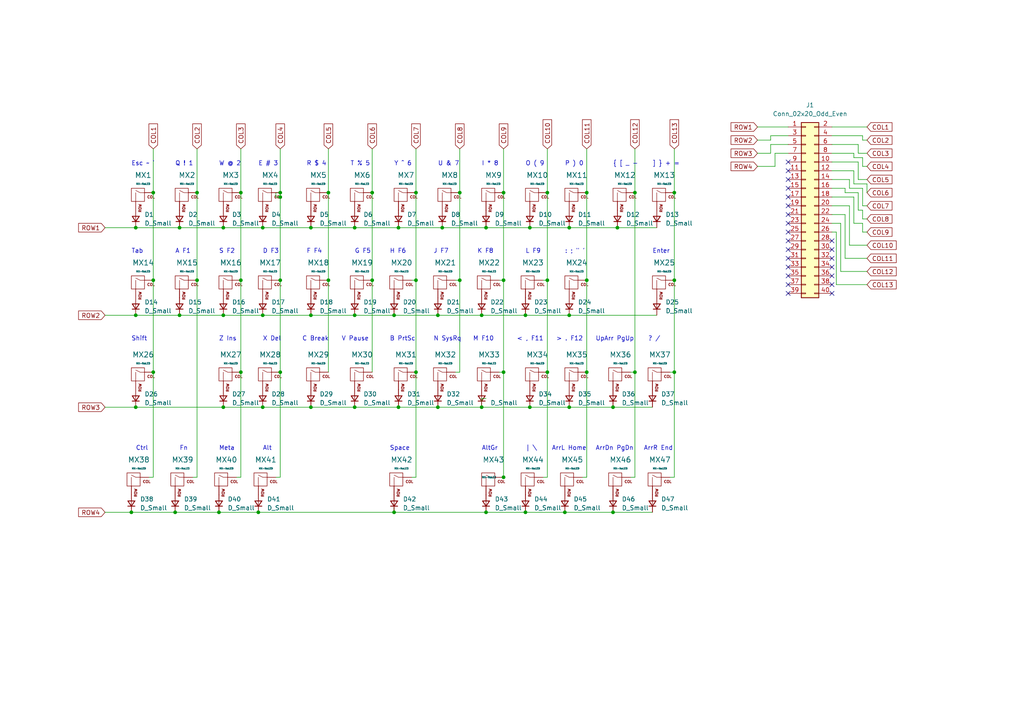
<source format=kicad_sch>
(kicad_sch (version 20230121) (generator eeschema)
  (paper "A4")
  (junction (at 107.95 55.88))
  (junction (at 120.65 55.88))
  (junction (at 90.17 91.44))
  (junction (at 69.85 107.95))
  (junction (at 76.2 91.44))
  (junction (at 81.28 81.28))
  (junction (at 114.3 148.59))
  (junction (at 158.75 55.88))
  (junction (at 39.37 91.44))
  (junction (at 102.87 91.44))
  (junction (at 146.05 138.43))
  (junction (at 146.05 55.88))
  (junction (at 152.4 148.59))
  (junction (at 120.65 81.28))
  (junction (at 195.58 107.95))
  (junction (at 90.17 66.04))
  (junction (at 57.15 81.28))
  (junction (at 64.77 118.11))
  (junction (at 107.95 81.28))
  (junction (at 81.28 55.88))
  (junction (at 74.93 148.59))
  (junction (at 170.18 55.88))
  (junction (at 146.05 81.28))
  (junction (at 165.1 91.44))
  (junction (at 152.4 91.44))
  (junction (at 39.37 66.04))
  (junction (at 195.58 55.88))
  (junction (at 177.8 118.11))
  (junction (at 133.35 55.88))
  (junction (at 177.8 148.59))
  (junction (at 115.57 118.11))
  (junction (at 69.85 81.28))
  (junction (at 64.77 66.04))
  (junction (at 44.45 81.28))
  (junction (at 184.15 55.88))
  (junction (at 179.07 66.04))
  (junction (at 63.5 148.59))
  (junction (at 69.85 55.88))
  (junction (at 52.07 91.44))
  (junction (at 102.87 118.11))
  (junction (at 81.28 57.15))
  (junction (at 76.2 66.04))
  (junction (at 158.75 81.28))
  (junction (at 52.07 66.04))
  (junction (at 90.17 118.11))
  (junction (at 170.18 81.28))
  (junction (at 57.15 55.88))
  (junction (at 114.3 91.44))
  (junction (at 158.75 107.95))
  (junction (at 38.1 148.59))
  (junction (at 133.35 81.28))
  (junction (at 195.58 81.28))
  (junction (at 115.57 66.04))
  (junction (at 64.77 91.44))
  (junction (at 153.67 66.04))
  (junction (at 44.45 107.95))
  (junction (at 146.05 107.95))
  (junction (at 81.28 107.95))
  (junction (at 165.1 66.04))
  (junction (at 139.7 118.11))
  (junction (at 95.25 81.28))
  (junction (at 127 118.11))
  (junction (at 44.45 55.88))
  (junction (at 102.87 66.04))
  (junction (at 139.7 91.44))
  (junction (at 127 91.44))
  (junction (at 140.97 148.59))
  (junction (at 170.18 107.95))
  (junction (at 50.8 148.59))
  (junction (at 163.83 148.59))
  (junction (at 120.65 107.95))
  (junction (at 184.15 107.95))
  (junction (at 39.37 118.11))
  (junction (at 76.2 118.11))
  (junction (at 140.97 66.04))
  (junction (at 95.25 55.88))
  (junction (at 165.1 118.11))
  (junction (at 153.67 118.11))
  (junction (at 128.27 66.04))
  (no_connect (at 241.3 77.47))
  (no_connect (at 228.6 82.55))
  (no_connect (at 241.3 82.55))
  (no_connect (at 228.6 74.93))
  (no_connect (at 241.3 69.85))
  (no_connect (at 241.3 74.93))
  (no_connect (at 241.3 80.01))
  (no_connect (at 228.6 49.53))
  (no_connect (at 228.6 57.15))
  (no_connect (at 228.6 46.99))
  (no_connect (at 228.6 62.23))
  (no_connect (at 241.3 72.39))
  (no_connect (at 228.6 72.39))
  (no_connect (at 228.6 85.09))
  (no_connect (at 228.6 64.77))
  (no_connect (at 228.6 54.61))
  (no_connect (at 228.6 69.85))
  (no_connect (at 228.6 52.07))
  (no_connect (at 228.6 59.69))
  (no_connect (at 228.6 80.01))
  (no_connect (at 228.6 67.31))
  (no_connect (at 241.3 85.09))
  (no_connect (at 228.6 77.47))
  (wire (pts (xy 158.75 55.88) (xy 158.75 81.28)))
  (wire (pts (xy 64.77 91.44) (xy 76.2 91.44)))
  (wire (pts (xy 246.38 54.61) (xy 250.19 54.61)))
  (wire (pts (xy 251.46 48.26) (xy 250.19 48.26)))
  (wire (pts (xy 177.8 148.59) (xy 189.23 148.59)))
  (wire (pts (xy 250.19 45.72) (xy 247.65 45.72)))
  (wire (pts (xy 241.3 64.77) (xy 243.84 64.77)))
  (wire (pts (xy 170.18 107.95) (xy 170.18 138.43)))
  (wire (pts (xy 243.84 64.77) (xy 243.84 78.74)))
  (wire (pts (xy 146.05 107.95) (xy 144.78 107.95)))
  (wire (pts (xy 39.37 118.11) (xy 64.77 118.11)))
  (wire (pts (xy 44.45 43.18) (xy 44.45 55.88)))
  (wire (pts (xy 163.83 148.59) (xy 177.8 148.59)))
  (wire (pts (xy 57.15 43.18) (xy 57.15 55.88)))
  (wire (pts (xy 250.19 48.26) (xy 250.19 45.72)))
  (wire (pts (xy 219.71 48.26) (xy 224.79 48.26)))
  (wire (pts (xy 170.18 107.95) (xy 170.18 81.28)))
  (wire (pts (xy 139.7 118.11) (xy 153.67 118.11)))
  (wire (pts (xy 177.8 118.11) (xy 189.23 118.11)))
  (wire (pts (xy 195.58 55.88) (xy 195.58 81.28)))
  (wire (pts (xy 146.05 55.88) (xy 146.05 81.28)))
  (wire (pts (xy 146.05 107.95) (xy 146.05 138.43)))
  (wire (pts (xy 81.28 81.28) (xy 81.28 107.95)))
  (wire (pts (xy 127 91.44) (xy 139.7 91.44)))
  (wire (pts (xy 241.3 67.31) (xy 242.57 67.31)))
  (wire (pts (xy 146.05 81.28) (xy 144.78 81.28)))
  (wire (pts (xy 170.18 138.43) (xy 168.91 138.43)))
  (wire (pts (xy 157.48 81.28) (xy 158.75 81.28)))
  (wire (pts (xy 248.92 41.91) (xy 241.3 41.91)))
  (wire (pts (xy 81.28 138.43) (xy 81.28 107.95)))
  (wire (pts (xy 251.46 40.64) (xy 250.19 40.64)))
  (wire (pts (xy 64.77 66.04) (xy 76.2 66.04)))
  (wire (pts (xy 102.87 91.44) (xy 114.3 91.44)))
  (wire (pts (xy 248.92 52.07) (xy 251.46 52.07)))
  (wire (pts (xy 69.85 138.43) (xy 68.58 138.43)))
  (wire (pts (xy 247.65 45.72) (xy 247.65 44.45)))
  (wire (pts (xy 80.01 57.15) (xy 81.28 57.15)))
  (wire (pts (xy 52.07 91.44) (xy 64.77 91.44)))
  (wire (pts (xy 44.45 55.88) (xy 44.45 81.28)))
  (wire (pts (xy 30.48 66.04) (xy 39.37 66.04)))
  (wire (pts (xy 120.65 81.28) (xy 120.65 107.95)))
  (wire (pts (xy 250.19 63.5) (xy 251.46 63.5)))
  (wire (pts (xy 165.1 91.44) (xy 190.5 91.44)))
  (wire (pts (xy 120.65 107.95) (xy 120.65 138.43)))
  (wire (pts (xy 133.35 43.18) (xy 133.35 55.88)))
  (wire (pts (xy 107.95 81.28) (xy 107.95 107.95)))
  (wire (pts (xy 247.65 57.15) (xy 247.65 64.77)))
  (wire (pts (xy 115.57 118.11) (xy 127 118.11)))
  (wire (pts (xy 102.87 118.11) (xy 115.57 118.11)))
  (wire (pts (xy 223.52 39.37) (xy 228.6 39.37)))
  (wire (pts (xy 81.28 57.15) (xy 81.28 81.28)))
  (wire (pts (xy 69.85 81.28) (xy 69.85 107.95)))
  (wire (pts (xy 107.95 43.18) (xy 107.95 55.88)))
  (wire (pts (xy 245.11 54.61) (xy 245.11 55.88)))
  (wire (pts (xy 69.85 55.88) (xy 69.85 81.28)))
  (wire (pts (xy 30.48 148.59) (xy 38.1 148.59)))
  (wire (pts (xy 243.84 78.74) (xy 251.46 78.74)))
  (wire (pts (xy 81.28 138.43) (xy 80.01 138.43)))
  (wire (pts (xy 81.28 43.18) (xy 81.28 55.88)))
  (wire (pts (xy 139.7 91.44) (xy 152.4 91.44)))
  (wire (pts (xy 95.25 43.18) (xy 95.25 55.88)))
  (wire (pts (xy 248.92 46.99) (xy 248.92 52.07)))
  (wire (pts (xy 195.58 43.18) (xy 195.58 55.88)))
  (wire (pts (xy 219.71 40.64) (xy 223.52 40.64)))
  (wire (pts (xy 158.75 107.95) (xy 158.75 81.28)))
  (wire (pts (xy 223.52 44.45) (xy 223.52 41.91)))
  (wire (pts (xy 95.25 55.88) (xy 95.25 81.28)))
  (wire (pts (xy 44.45 81.28) (xy 44.45 107.95)))
  (wire (pts (xy 80.01 55.88) (xy 81.28 55.88)))
  (wire (pts (xy 152.4 148.59) (xy 163.83 148.59)))
  (wire (pts (xy 246.38 52.07) (xy 246.38 54.61)))
  (wire (pts (xy 219.71 36.83) (xy 228.6 36.83)))
  (wire (pts (xy 120.65 138.43) (xy 119.38 138.43)))
  (wire (pts (xy 251.46 44.45) (xy 248.92 44.45)))
  (wire (pts (xy 250.19 39.37) (xy 241.3 39.37)))
  (wire (pts (xy 39.37 66.04) (xy 52.07 66.04)))
  (wire (pts (xy 30.48 118.11) (xy 39.37 118.11)))
  (wire (pts (xy 245.11 55.88) (xy 248.92 55.88)))
  (wire (pts (xy 57.15 138.43) (xy 55.88 138.43)))
  (wire (pts (xy 44.45 138.43) (xy 43.18 138.43)))
  (wire (pts (xy 80.01 57.15) (xy 80.01 55.88)))
  (wire (pts (xy 195.58 107.95) (xy 195.58 138.43)))
  (wire (pts (xy 140.97 148.59) (xy 152.4 148.59)))
  (wire (pts (xy 153.67 118.11) (xy 165.1 118.11)))
  (wire (pts (xy 133.35 81.28) (xy 132.08 81.28)))
  (wire (pts (xy 223.52 40.64) (xy 223.52 39.37)))
  (wire (pts (xy 76.2 118.11) (xy 90.17 118.11)))
  (wire (pts (xy 241.3 46.99) (xy 248.92 46.99)))
  (wire (pts (xy 247.65 64.77) (xy 250.19 64.77)))
  (wire (pts (xy 39.37 91.44) (xy 52.07 91.44)))
  (wire (pts (xy 30.48 91.44) (xy 39.37 91.44)))
  (wire (pts (xy 114.3 91.44) (xy 127 91.44)))
  (wire (pts (xy 250.19 67.31) (xy 251.46 67.31)))
  (wire (pts (xy 170.18 55.88) (xy 170.18 81.28)))
  (wire (pts (xy 250.19 64.77) (xy 250.19 67.31)))
  (wire (pts (xy 223.52 41.91) (xy 228.6 41.91)))
  (wire (pts (xy 81.28 55.88) (xy 81.28 57.15)))
  (wire (pts (xy 184.15 43.18) (xy 184.15 55.88)))
  (wire (pts (xy 146.05 43.18) (xy 146.05 55.88)))
  (wire (pts (xy 241.3 49.53) (xy 247.65 49.53)))
  (wire (pts (xy 90.17 91.44) (xy 102.87 91.44)))
  (wire (pts (xy 115.57 66.04) (xy 128.27 66.04)))
  (wire (pts (xy 250.19 59.69) (xy 251.46 59.69)))
  (wire (pts (xy 248.92 55.88) (xy 248.92 60.96)))
  (wire (pts (xy 139.7 118.11) (xy 127 118.11)))
  (wire (pts (xy 246.38 71.12) (xy 251.46 71.12)))
  (wire (pts (xy 52.07 66.04) (xy 64.77 66.04)))
  (wire (pts (xy 242.57 82.55) (xy 251.46 82.55)))
  (wire (pts (xy 241.3 59.69) (xy 246.38 59.69)))
  (wire (pts (xy 120.65 55.88) (xy 120.65 81.28)))
  (wire (pts (xy 76.2 91.44) (xy 90.17 91.44)))
  (wire (pts (xy 245.11 62.23) (xy 245.11 74.93)))
  (wire (pts (xy 133.35 107.95) (xy 132.08 107.95)))
  (wire (pts (xy 102.87 66.04) (xy 115.57 66.04)))
  (wire (pts (xy 195.58 81.28) (xy 195.58 107.95)))
  (wire (pts (xy 114.3 148.59) (xy 140.97 148.59)))
  (wire (pts (xy 50.8 148.59) (xy 63.5 148.59)))
  (wire (pts (xy 241.3 57.15) (xy 247.65 57.15)))
  (wire (pts (xy 224.79 44.45) (xy 228.6 44.45)))
  (wire (pts (xy 241.3 62.23) (xy 245.11 62.23)))
  (wire (pts (xy 128.27 66.04) (xy 140.97 66.04)))
  (wire (pts (xy 248.92 60.96) (xy 250.19 60.96)))
  (wire (pts (xy 133.35 81.28) (xy 133.35 107.95)))
  (wire (pts (xy 195.58 138.43) (xy 194.31 138.43)))
  (wire (pts (xy 248.92 44.45) (xy 248.92 41.91)))
  (wire (pts (xy 140.97 66.04) (xy 153.67 66.04)))
  (wire (pts (xy 146.05 81.28) (xy 146.05 107.95)))
  (wire (pts (xy 241.3 52.07) (xy 246.38 52.07)))
  (wire (pts (xy 69.85 43.18) (xy 69.85 55.88)))
  (wire (pts (xy 250.19 60.96) (xy 250.19 63.5)))
  (wire (pts (xy 57.15 55.88) (xy 57.15 81.28)))
  (wire (pts (xy 38.1 148.59) (xy 50.8 148.59)))
  (wire (pts (xy 69.85 107.95) (xy 69.85 138.43)))
  (wire (pts (xy 195.58 107.95) (xy 194.31 107.95)))
  (wire (pts (xy 184.15 107.95) (xy 182.88 107.95)))
  (wire (pts (xy 241.3 36.83) (xy 251.46 36.83)))
  (wire (pts (xy 114.3 147.32) (xy 114.3 148.59)))
  (wire (pts (xy 170.18 43.18) (xy 170.18 55.88)))
  (wire (pts (xy 158.75 138.43) (xy 157.48 138.43)))
  (wire (pts (xy 184.15 55.88) (xy 184.15 107.95)))
  (wire (pts (xy 219.71 44.45) (xy 223.52 44.45)))
  (wire (pts (xy 250.19 40.64) (xy 250.19 39.37)))
  (wire (pts (xy 152.4 91.44) (xy 165.1 91.44)))
  (wire (pts (xy 63.5 148.59) (xy 74.93 148.59)))
  (wire (pts (xy 95.25 81.28) (xy 95.25 107.95)))
  (wire (pts (xy 90.17 66.04) (xy 102.87 66.04)))
  (wire (pts (xy 165.1 118.11) (xy 177.8 118.11)))
  (wire (pts (xy 44.45 107.95) (xy 44.45 138.43)))
  (wire (pts (xy 184.15 107.95) (xy 184.15 138.43)))
  (wire (pts (xy 139.7 115.57) (xy 139.7 118.11)))
  (wire (pts (xy 251.46 53.34) (xy 251.46 55.88)))
  (wire (pts (xy 242.57 67.31) (xy 242.57 82.55)))
  (wire (pts (xy 140.97 115.57) (xy 139.7 115.57)))
  (wire (pts (xy 246.38 59.69) (xy 246.38 71.12)))
  (wire (pts (xy 247.65 49.53) (xy 247.65 53.34)))
  (wire (pts (xy 64.77 118.11) (xy 76.2 118.11)))
  (wire (pts (xy 250.19 54.61) (xy 250.19 59.69)))
  (wire (pts (xy 120.65 43.18) (xy 120.65 55.88)))
  (wire (pts (xy 224.79 48.26) (xy 224.79 44.45)))
  (wire (pts (xy 158.75 107.95) (xy 158.75 138.43)))
  (wire (pts (xy 144.78 138.43) (xy 146.05 138.43)))
  (wire (pts (xy 153.67 66.04) (xy 165.1 66.04)))
  (wire (pts (xy 247.65 44.45) (xy 241.3 44.45)))
  (wire (pts (xy 120.65 81.28) (xy 119.38 81.28)))
  (wire (pts (xy 57.15 81.28) (xy 57.15 138.43)))
  (wire (pts (xy 247.65 53.34) (xy 251.46 53.34)))
  (wire (pts (xy 245.11 74.93) (xy 251.46 74.93)))
  (wire (pts (xy 107.95 55.88) (xy 107.95 81.28)))
  (wire (pts (xy 74.93 148.59) (xy 114.3 148.59)))
  (wire (pts (xy 179.07 66.04) (xy 190.5 66.04)))
  (wire (pts (xy 76.2 66.04) (xy 90.17 66.04)))
  (wire (pts (xy 69.85 81.28) (xy 68.58 81.28)))
  (wire (pts (xy 90.17 118.11) (xy 102.87 118.11)))
  (wire (pts (xy 241.3 54.61) (xy 245.11 54.61)))
  (wire (pts (xy 184.15 138.43) (xy 182.88 138.43)))
  (wire (pts (xy 158.75 43.18) (xy 158.75 55.88)))
  (wire (pts (xy 165.1 66.04) (xy 179.07 66.04)))
  (wire (pts (xy 133.35 55.88) (xy 133.35 81.28)))
  (text "M F10" (at 137.16 99.06 0) (effects (font (size 1.27 1.27)) (justify left bottom)))
  (text "H F6" (at 113.03 73.66 0) (effects (font (size 1.27 1.27)) (justify left bottom)))
  (text "G F5" (at 102.87 73.66 0) (effects (font (size 1.27 1.27)) (justify left bottom)))
  (text "Tab" (at 38.1 73.66 0) (effects (font (size 1.27 1.27)) (justify left bottom)))
  (text "I * 8" (at 139.7 48.26 0) (effects (font (size 1.27 1.27)) (justify left bottom)))
  (text "A F1" (at 50.8 73.66 0) (effects (font (size 1.27 1.27)) (justify left bottom)))
  (text "UpArr PgUp" (at 172.72 99.06 0) (effects (font (size 1.27 1.27)) (justify left bottom)))
  (text "Alt" (at 76.2 130.81 0) (effects (font (size 1.27 1.27)) (justify left bottom)))
  (text "| \\" (at 152.4 130.81 0) (effects (font (size 1.27 1.27)) (justify left bottom)))
  (text "{ [ _ -" (at 177.8 48.26 0) (effects (font (size 1.27 1.27)) (justify left bottom)))
  (text "> . F12" (at 161.29 99.06 0) (effects (font (size 1.27 1.27)) (justify left bottom)))
  (text "Esc ~ `" (at 38.1 48.26 0) (effects (font (size 1.27 1.27)) (justify left bottom)))
  (text "W @ 2" (at 63.5 48.26 0) (effects (font (size 1.27 1.27)) (justify left bottom)))
  (text "B PrtSc" (at 113.03 99.06 0) (effects (font (size 1.27 1.27)) (justify left bottom)))
  (text "? /" (at 187.96 99.06 0) (effects (font (size 1.27 1.27)) (justify left bottom)))
  (text "F F4" (at 88.9 73.66 0) (effects (font (size 1.27 1.27)) (justify left bottom)))
  (text ": ; \" '" (at 163.83 73.66 0) (effects (font (size 1.27 1.27)) (justify left bottom)))
  (text "Fn" (at 52.07 130.81 0) (effects (font (size 1.27 1.27)) (justify left bottom)))
  (text "R $ 4" (at 88.9 48.26 0) (effects (font (size 1.27 1.27)) (justify left bottom)))
  (text "U & 7" (at 127 48.26 0) (effects (font (size 1.27 1.27)) (justify left bottom)))
  (text "Enter" (at 189.23 73.66 0) (effects (font (size 1.27 1.27)) (justify left bottom)))
  (text "Meta" (at 63.5 130.81 0) (effects (font (size 1.27 1.27)) (justify left bottom)))
  (text "J F7" (at 125.73 73.66 0) (effects (font (size 1.27 1.27)) (justify left bottom)))
  (text "] } + =" (at 189.23 48.26 0) (effects (font (size 1.27 1.27)) (justify left bottom)))
  (text "X Del" (at 76.2 99.06 0) (effects (font (size 1.27 1.27)) (justify left bottom)))
  (text "V Pause" (at 99.06 99.06 0) (effects (font (size 1.27 1.27)) (justify left bottom)))
  (text "ArrDn PgDn" (at 172.72 130.81 0) (effects (font (size 1.27 1.27)) (justify left bottom)))
  (text "< , F11" (at 149.86 99.06 0) (effects (font (size 1.27 1.27)) (justify left bottom)))
  (text "S F2" (at 63.5 73.66 0) (effects (font (size 1.27 1.27)) (justify left bottom)))
  (text "Q ! 1" (at 50.8 48.26 0) (effects (font (size 1.27 1.27)) (justify left bottom)))
  (text "T % 5" (at 101.6 48.26 0) (effects (font (size 1.27 1.27)) (justify left bottom)))
  (text "Y ^ 6" (at 114.3 48.26 0) (effects (font (size 1.27 1.27)) (justify left bottom)))
  (text "N SysRq" (at 125.73 99.06 0) (effects (font (size 1.27 1.27)) (justify left bottom)))
  (text "L F9" (at 152.4 73.66 0) (effects (font (size 1.27 1.27)) (justify left bottom)))
  (text "ArrR End" (at 186.69 130.81 0) (effects (font (size 1.27 1.27)) (justify left bottom)))
  (text "O ( 9" (at 152.4 48.26 0) (effects (font (size 1.27 1.27)) (justify left bottom)))
  (text "Ctrl" (at 39.37 130.81 0) (effects (font (size 1.27 1.27)) (justify left bottom)))
  (text "Z Ins" (at 63.5 99.06 0) (effects (font (size 1.27 1.27)) (justify left bottom)))
  (text "E # 3" (at 74.93 48.26 0) (effects (font (size 1.27 1.27)) (justify left bottom)))
  (text "ArrL Home" (at 160.02 130.81 0) (effects (font (size 1.27 1.27)) (justify left bottom)))
  (text "C Break" (at 87.63 99.06 0) (effects (font (size 1.27 1.27)) (justify left bottom)))
  (text "D F3" (at 76.2 73.66 0) (effects (font (size 1.27 1.27)) (justify left bottom)))
  (text "K F8" (at 138.43 73.66 0) (effects (font (size 1.27 1.27)) (justify left bottom)))
  (text "AltGr" (at 139.7 130.81 0) (effects (font (size 1.27 1.27)) (justify left bottom)))
  (text "Shift" (at 38.1 99.06 0) (effects (font (size 1.27 1.27)) (justify left bottom)))
  (text "Space" (at 113.03 130.81 0) (effects (font (size 1.27 1.27)) (justify left bottom)))
  (text "P ) 0" (at 163.83 48.26 0) (effects (font (size 1.27 1.27)) (justify left bottom)))
  (global_label "ROW4" (shape input) (at 219.71 48.26 180) (property "Intersheetrefs" "${INTERSHEET_REFS}" (effects hide)))
  (global_label "COL2" (shape input) (at 57.15 43.18 90) (property "Intersheetrefs" "${INTERSHEET_REFS}" (effects hide)))
  (global_label "COL12" (shape input) (at 184.15 43.18 90) (property "Intersheetrefs" "${INTERSHEET_REFS}" (effects hide)))
  (global_label "COL13" (shape input) (at 251.46 82.55 0) (property "Intersheetrefs" "${INTERSHEET_REFS}" (effects hide)))
  (global_label "ROW2" (shape input) (at 30.48 91.44 180) (property "Intersheetrefs" "${INTERSHEET_REFS}" (effects hide)))
  (global_label "COL2" (shape input) (at 251.46 40.64 0) (property "Intersheetrefs" "${INTERSHEET_REFS}" (effects hide)))
  (global_label "COL10" (shape input) (at 251.46 71.12 0) (property "Intersheetrefs" "${INTERSHEET_REFS}" (effects hide)))
  (global_label "COL5" (shape input) (at 95.25 43.18 90) (property "Intersheetrefs" "${INTERSHEET_REFS}" (effects hide)))
  (global_label "COL3" (shape input) (at 251.46 44.45 0) (property "Intersheetrefs" "${INTERSHEET_REFS}" (effects hide)))
  (global_label "COL1" (shape input) (at 44.45 43.18 90) (property "Intersheetrefs" "${INTERSHEET_REFS}" (effects hide)))
  (global_label "COL11" (shape input) (at 170.18 43.18 90) (property "Intersheetrefs" "${INTERSHEET_REFS}" (effects hide)))
  (global_label "COL11" (shape input) (at 251.46 74.93 0) (property "Intersheetrefs" "${INTERSHEET_REFS}" (effects hide)))
  (global_label "COL8" (shape input) (at 133.35 43.18 90) (property "Intersheetrefs" "${INTERSHEET_REFS}" (effects hide)))
  (global_label "COL8" (shape input) (at 251.46 63.5 0) (property "Intersheetrefs" "${INTERSHEET_REFS}" (effects hide)))
  (global_label "COL7" (shape input) (at 120.65 43.18 90) (property "Intersheetrefs" "${INTERSHEET_REFS}" (effects hide)))
  (global_label "COL7" (shape input) (at 251.46 59.69 0) (property "Intersheetrefs" "${INTERSHEET_REFS}" (effects hide)))
  (global_label "COL13" (shape input) (at 195.58 43.18 90) (property "Intersheetrefs" "${INTERSHEET_REFS}" (effects hide)))
  (global_label "COL6" (shape input) (at 107.95 43.18 90) (property "Intersheetrefs" "${INTERSHEET_REFS}" (effects hide)))
  (global_label "ROW1" (shape input) (at 30.48 66.04 180) (property "Intersheetrefs" "${INTERSHEET_REFS}" (effects hide)))
  (global_label "COL6" (shape input) (at 251.46 55.88 0) (property "Intersheetrefs" "${INTERSHEET_REFS}" (effects hide)))
  (global_label "ROW1" (shape input) (at 219.71 36.83 180) (property "Intersheetrefs" "${INTERSHEET_REFS}" (effects hide)))
  (global_label "COL9" (shape input) (at 251.46 67.31 0) (property "Intersheetrefs" "${INTERSHEET_REFS}" (effects hide)))
  (global_label "COL9" (shape input) (at 146.05 43.18 90) (property "Intersheetrefs" "${INTERSHEET_REFS}" (effects hide)))
  (global_label "COL3" (shape input) (at 69.85 43.18 90) (property "Intersheetrefs" "${INTERSHEET_REFS}" (effects hide)))
  (global_label "ROW2" (shape input) (at 219.71 40.64 180) (property "Intersheetrefs" "${INTERSHEET_REFS}" (effects hide)))
  (global_label "COL10" (shape input) (at 158.75 43.18 90) (property "Intersheetrefs" "${INTERSHEET_REFS}" (effects hide)))
  (global_label "COL1" (shape input) (at 251.46 36.83 0) (property "Intersheetrefs" "${INTERSHEET_REFS}" (effects hide)))
  (global_label "COL12" (shape input) (at 251.46 78.74 0) (property "Intersheetrefs" "${INTERSHEET_REFS}" (effects hide)))
  (global_label "ROW3" (shape input) (at 30.48 118.11 180) (property "Intersheetrefs" "${INTERSHEET_REFS}" (effects hide)))
  (global_label "COL4" (shape input) (at 81.28 43.18 90) (property "Intersheetrefs" "${INTERSHEET_REFS}" (effects hide)))
  (global_label "COL5" (shape input) (at 251.46 52.07 0) (property "Intersheetrefs" "${INTERSHEET_REFS}" (effects hide)))
  (global_label "ROW3" (shape input) (at 219.71 44.45 180) (property "Intersheetrefs" "${INTERSHEET_REFS}" (effects hide)))
  (global_label "ROW4" (shape input) (at 30.48 148.59 180) (property "Intersheetrefs" "${INTERSHEET_REFS}" (effects hide)))
  (global_label "COL4" (shape input) (at 251.46 48.26 0) (property "Intersheetrefs" "${INTERSHEET_REFS}" (effects hide)))
  (symbol (lib_id "Device:D_Small") (at 152.4 88.9 90) (unit 1)
    (property "Reference" "D23" (at 154.94 87.63 90) (effects (justify right)))
    (property "Value" "D_Small" (at 154.94 90.17 90) (effects (justify right)))
    (property "Footprint" "Diode_SMD:D_SOD-123" (effects hide))
    (property "Sim.Device" "D" (effects hide))
    (property "Sim.Pins" "1=K 2=A" (effects hide))
  )
  (symbol (lib_id "Device:D_Small") (at 190.5 63.5 90) (unit 1)
    (property "Reference" "D13" (at 193.04 62.23 90) (effects (justify right)))
    (property "Value" "D_Small" (at 193.04 64.77 90) (effects (justify right)))
    (property "Footprint" "Diode_SMD:D_SOD-123" (effects hide))
    (property "Sim.Device" "D" (effects hide))
    (property "Sim.Pins" "1=K 2=A" (effects hide))
  )
  (symbol (lib_id "Device:D_Small") (at 76.2 63.5 90) (unit 1)
    (property "Reference" "D4" (at 78.74 62.23 90) (effects (justify right)))
    (property "Value" "D_Small" (at 78.74 64.77 90) (effects (justify right)))
    (property "Footprint" "Diode_SMD:D_SOD-123" (effects hide))
    (property "Sim.Device" "D" (effects hide))
    (property "Sim.Pins" "1=K 2=A" (effects hide))
  )
  (symbol (lib_id "MX_Alps_Hybrid:MX-NoLED") (at 166.37 57.15 0) (unit 1)
    (property "Reference" "MX11" (at 167.2652 50.8 0) (effects (font (size 1.524 1.524))))
    (property "Value" "MX-NoLED" (at 167.2652 53.34 0) (effects (font (size 0.508 0.508))))
    (property "Footprint" "MX_Alps_Hybrid:MX-1U-NoLED" (effects hide))
  )
  (symbol (lib_id "MX_Alps_Hybrid:MX-NoLED") (at 66.04 82.55 0) (unit 1)
    (property "Reference" "MX16" (at 66.9352 76.2 0) (effects (font (size 1.524 1.524))))
    (property "Value" "MX-NoLED" (at 66.9352 78.74 0) (effects (font (size 0.508 0.508))))
    (property "Footprint" "MX_Alps_Hybrid:MX-1U-NoLED" (effects hide))
  )
  (symbol (lib_id "MX_Alps_Hybrid:MX-NoLED") (at 104.14 57.15 0) (unit 1)
    (property "Reference" "MX6" (at 105.0352 50.8 0) (effects (font (size 1.524 1.524))))
    (property "Value" "MX-NoLED" (at 105.0352 53.34 0) (effects (font (size 0.508 0.508))))
    (property "Footprint" "MX_Alps_Hybrid:MX-1U-NoLED" (effects hide))
  )
  (symbol (lib_id "Device:D_Small") (at 39.37 115.57 90) (unit 1)
    (property "Reference" "D26" (at 41.91 114.3 90) (effects (justify right)))
    (property "Value" "D_Small" (at 41.91 116.84 90) (effects (justify right)))
    (property "Footprint" "Diode_SMD:D_SOD-123" (effects hide))
    (property "Sim.Device" "D" (effects hide))
    (property "Sim.Pins" "1=K 2=A" (effects hide))
  )
  (symbol (lib_id "MX_Alps_Hybrid:MX-NoLED") (at 179.07 139.7 0) (unit 1)
    (property "Reference" "MX46" (at 179.9652 133.35 0) (effects (font (size 1.524 1.524))))
    (property "Value" "MX-NoLED" (at 179.9652 135.89 0) (effects (font (size 0.508 0.508))))
    (property "Footprint" "MX_Alps_Hybrid:MX-1U-NoLED" (effects hide))
  )
  (symbol (lib_id "MX_Alps_Hybrid:MX-NoLED") (at 180.34 57.15 0) (unit 1)
    (property "Reference" "MX12" (at 181.2352 50.8 0) (effects (font (size 1.524 1.524))))
    (property "Value" "MX-NoLED" (at 181.2352 53.34 0) (effects (font (size 0.508 0.508))))
    (property "Footprint" "MX_Alps_Hybrid:MX-1U-NoLED" (effects hide))
  )
  (symbol (lib_id "MX_Alps_Hybrid:MX-NoLED") (at 104.14 109.22 0) (unit 1)
    (property "Reference" "MX30" (at 105.0352 102.87 0) (effects (font (size 1.524 1.524))))
    (property "Value" "MX-NoLED" (at 105.0352 105.41 0) (effects (font (size 0.508 0.508))))
    (property "Footprint" "MX_Alps_Hybrid:MX-1U-NoLED" (effects hide))
  )
  (symbol (lib_id "MX_Alps_Hybrid:MX-NoLED") (at 129.54 57.15 0) (unit 1)
    (property "Reference" "MX8" (at 130.4352 50.8 0) (effects (font (size 1.524 1.524))))
    (property "Value" "MX-NoLED" (at 130.4352 53.34 0) (effects (font (size 0.508 0.508))))
    (property "Footprint" "MX_Alps_Hybrid:MX-1U-NoLED" (effects hide))
  )
  (symbol (lib_id "MX_Alps_Hybrid:MX-NoLED") (at 66.04 57.15 0) (unit 1)
    (property "Reference" "MX3" (at 66.9352 50.8 0) (effects (font (size 1.524 1.524))))
    (property "Value" "MX-NoLED" (at 66.9352 53.34 0) (effects (font (size 0.508 0.508))))
    (property "Footprint" "MX_Alps_Hybrid:MX-1U-NoLED" (effects hide))
  )
  (symbol (lib_id "Device:D_Small") (at 153.67 63.5 90) (unit 1)
    (property "Reference" "D10" (at 156.21 62.23 90) (effects (justify right)))
    (property "Value" "D_Small" (at 156.21 64.77 90) (effects (justify right)))
    (property "Footprint" "Diode_SMD:D_SOD-123" (effects hide))
    (property "Sim.Device" "D" (effects hide))
    (property "Sim.Pins" "1=K 2=A" (effects hide))
  )
  (symbol (lib_id "Device:D_Small") (at 140.97 63.5 90) (unit 1)
    (property "Reference" "D9" (at 143.51 62.23 90) (effects (justify right)))
    (property "Value" "D_Small" (at 143.51 64.77 90) (effects (justify right)))
    (property "Footprint" "Diode_SMD:D_SOD-123" (effects hide))
    (property "Sim.Device" "D" (effects hide))
    (property "Sim.Pins" "1=K 2=A" (effects hide))
  )
  (symbol (lib_id "Device:D_Small") (at 90.17 63.5 90) (unit 1)
    (property "Reference" "D5" (at 92.71 62.23 90) (effects (justify right)))
    (property "Value" "D_Small" (at 92.71 64.77 90) (effects (justify right)))
    (property "Footprint" "Diode_SMD:D_SOD-123" (effects hide))
    (property "Sim.Device" "D" (effects hide))
    (property "Sim.Pins" "1=K 2=A" (effects hide))
  )
  (symbol (lib_id "MX_Alps_Hybrid:MX-NoLED") (at 190.5 139.7 0) (unit 1)
    (property "Reference" "MX47" (at 191.3952 133.35 0) (effects (font (size 1.524 1.524))))
    (property "Value" "MX-NoLED" (at 191.3952 135.89 0) (effects (font (size 0.508 0.508))))
    (property "Footprint" "MX_Alps_Hybrid:MX-1U-NoLED" (effects hide))
  )
  (symbol (lib_id "MX_Alps_Hybrid:MX-NoLED") (at 116.84 109.22 0) (unit 1)
    (property "Reference" "MX31" (at 117.7352 102.87 0) (effects (font (size 1.524 1.524))))
    (property "Value" "MX-NoLED" (at 117.7352 105.41 0) (effects (font (size 0.508 0.508))))
    (property "Footprint" "MX_Alps_Hybrid:MX-1U-NoLED" (effects hide))
  )
  (symbol (lib_id "MX_Alps_Hybrid:MX-NoLED") (at 77.47 82.55 0) (unit 1)
    (property "Reference" "MX17" (at 78.3652 76.2 0) (effects (font (size 1.524 1.524))))
    (property "Value" "MX-NoLED" (at 78.3652 78.74 0) (effects (font (size 0.508 0.508))))
    (property "Footprint" "MX_Alps_Hybrid:MX-1U-NoLED" (effects hide))
  )
  (symbol (lib_id "Device:D_Small") (at 64.77 115.57 90) (unit 1)
    (property "Reference" "D27" (at 67.31 114.3 90) (effects (justify right)))
    (property "Value" "D_Small" (at 67.31 116.84 90) (effects (justify right)))
    (property "Footprint" "Diode_SMD:D_SOD-123" (effects hide))
    (property "Sim.Device" "D" (effects hide))
    (property "Sim.Pins" "1=K 2=A" (effects hide))
  )
  (symbol (lib_id "Device:D_Small") (at 39.37 63.5 90) (unit 1)
    (property "Reference" "D1" (at 41.91 62.23 90) (effects (justify right)))
    (property "Value" "D_Small" (at 41.91 64.77 90) (effects (justify right)))
    (property "Footprint" "Diode_SMD:D_SOD-123" (effects hide))
    (property "Sim.Device" "D" (effects hide))
    (property "Sim.Pins" "1=K 2=A" (effects hide))
  )
  (symbol (lib_id "Device:D_Small") (at 115.57 115.57 90) (unit 1)
    (property "Reference" "D31" (at 118.11 114.3 90) (effects (justify right)))
    (property "Value" "D_Small" (at 118.11 116.84 90) (effects (justify right)))
    (property "Footprint" "Diode_SMD:D_SOD-123" (effects hide))
    (property "Sim.Device" "D" (effects hide))
    (property "Sim.Pins" "1=K 2=A" (effects hide))
  )
  (symbol (lib_id "Connector_Generic:Conn_02x20_Odd_Even") (at 233.68 59.69 0) (unit 1)
    (property "Reference" "J1" (at 234.95 30.48 0))
    (property "Value" "Conn_02x20_Odd_Even" (at 234.95 33.02 0))
    (property "Footprint" "Connector_PinSocket_2.54mm:PinSocket_2x20_P2.54mm_Vertical" (effects hide))
  )
  (symbol (lib_id "MX_Alps_Hybrid:MX-NoLED") (at 91.44 82.55 0) (unit 1)
    (property "Reference" "MX18" (at 92.3352 76.2 0) (effects (font (size 1.524 1.524))))
    (property "Value" "MX-NoLED" (at 92.3352 78.74 0) (effects (font (size 0.508 0.508))))
    (property "Footprint" "MX_Alps_Hybrid:MX-1U-NoLED" (effects hide))
  )
  (symbol (lib_id "Device:D_Small") (at 114.3 146.05 90) (unit 1)
    (property "Reference" "D42" (at 116.84 144.78 90) (effects (justify right)))
    (property "Value" "D_Small" (at 116.84 147.32 90) (effects (justify right)))
    (property "Footprint" "Diode_SMD:D_SOD-123" (effects hide))
    (property "Sim.Device" "D" (effects hide))
    (property "Sim.Pins" "1=K 2=A" (effects hide))
  )
  (symbol (lib_id "Device:D_Small") (at 52.07 88.9 90) (unit 1)
    (property "Reference" "D15" (at 54.61 87.63 90) (effects (justify right)))
    (property "Value" "D_Small" (at 54.61 90.17 90) (effects (justify right)))
    (property "Footprint" "Diode_SMD:D_SOD-123" (effects hide))
    (property "Sim.Device" "D" (effects hide))
    (property "Sim.Pins" "1=K 2=A" (effects hide))
  )
  (symbol (lib_id "MX_Alps_Hybrid:MX-NoLED") (at 40.64 109.22 0) (unit 1)
    (property "Reference" "MX26" (at 41.5352 102.87 0) (effects (font (size 1.524 1.524))))
    (property "Value" "MX-NoLED" (at 41.5352 105.41 0) (effects (font (size 0.508 0.508))))
    (property "Footprint" "MX_Alps_Hybrid:MX-1U-NoLED" (effects hide))
  )
  (symbol (lib_id "MX_Alps_Hybrid:MX-NoLED") (at 115.57 139.7 0) (unit 1)
    (property "Reference" "MX42" (at 116.4652 133.35 0) (effects (font (size 1.524 1.524))))
    (property "Value" "MX-NoLED" (at 116.4652 135.89 0) (effects (font (size 0.508 0.508))))
    (property "Footprint" "MX_Alps_Hybrid:MX-1U-NoLED" (effects hide))
  )
  (symbol (lib_id "Device:D_Small") (at 163.83 146.05 90) (unit 1)
    (property "Reference" "D45" (at 166.37 144.78 90) (effects (justify right)))
    (property "Value" "D_Small" (at 166.37 147.32 90) (effects (justify right)))
    (property "Footprint" "Diode_SMD:D_SOD-123" (effects hide))
    (property "Sim.Device" "D" (effects hide))
    (property "Sim.Pins" "1=K 2=A" (effects hide))
  )
  (symbol (lib_id "MX_Alps_Hybrid:MX-NoLED") (at 191.77 82.55 0) (unit 1)
    (property "Reference" "MX25" (at 192.6652 76.2 0) (effects (font (size 1.524 1.524))))
    (property "Value" "MX-NoLED" (at 192.6652 78.74 0) (effects (font (size 0.508 0.508))))
    (property "Footprint" "MX_Alps_Hybrid:MX-1U-NoLED" (effects hide))
  )
  (symbol (lib_id "Device:D_Small") (at 102.87 63.5 90) (unit 1)
    (property "Reference" "D6" (at 105.41 62.23 90) (effects (justify right)))
    (property "Value" "D_Small" (at 105.41 64.77 90) (effects (justify right)))
    (property "Footprint" "Diode_SMD:D_SOD-123" (effects hide))
    (property "Sim.Device" "D" (effects hide))
    (property "Sim.Pins" "1=K 2=A" (effects hide))
  )
  (symbol (lib_id "Device:D_Small") (at 90.17 88.9 90) (unit 1)
    (property "Reference" "D18" (at 92.71 87.63 90) (effects (justify right)))
    (property "Value" "D_Small" (at 92.71 90.17 90) (effects (justify right)))
    (property "Footprint" "Diode_SMD:D_SOD-123" (effects hide))
    (property "Sim.Device" "D" (effects hide))
    (property "Sim.Pins" "1=K 2=A" (effects hide))
  )
  (symbol (lib_id "MX_Alps_Hybrid:MX-NoLED") (at 52.07 139.7 0) (unit 1)
    (property "Reference" "MX39" (at 52.9652 133.35 0) (effects (font (size 1.524 1.524))))
    (property "Value" "MX-NoLED" (at 52.9652 135.89 0) (effects (font (size 0.508 0.508))))
    (property "Footprint" "MX_Alps_Hybrid:MX-1U-NoLED" (effects hide))
  )
  (symbol (lib_id "MX_Alps_Hybrid:MX-NoLED") (at 115.57 82.55 0) (unit 1)
    (property "Reference" "MX20" (at 116.4652 76.2 0) (effects (font (size 1.524 1.524))))
    (property "Value" "MX-NoLED" (at 116.4652 78.74 0) (effects (font (size 0.508 0.508))))
    (property "Footprint" "MX_Alps_Hybrid:MX-1U-NoLED" (effects hide))
  )
  (symbol (lib_id "MX_Alps_Hybrid:MX-NoLED") (at 142.24 57.15 0) (unit 1)
    (property "Reference" "MX9" (at 143.1352 50.8 0) (effects (font (size 1.524 1.524))))
    (property "Value" "MX-NoLED" (at 143.1352 53.34 0) (effects (font (size 0.508 0.508))))
    (property "Footprint" "MX_Alps_Hybrid:MX-1U-NoLED" (effects hide))
  )
  (symbol (lib_id "Device:D_Small") (at 64.77 63.5 90) (unit 1)
    (property "Reference" "D3" (at 67.31 62.23 90) (effects (justify right)))
    (property "Value" "D_Small" (at 67.31 64.77 90) (effects (justify right)))
    (property "Footprint" "Diode_SMD:D_SOD-123" (effects hide))
    (property "Sim.Device" "D" (effects hide))
    (property "Sim.Pins" "1=K 2=A" (effects hide))
  )
  (symbol (lib_id "Device:D_Small") (at 64.77 88.9 90) (unit 1)
    (property "Reference" "D16" (at 67.31 87.63 90) (effects (justify right)))
    (property "Value" "D_Small" (at 67.31 90.17 90) (effects (justify right)))
    (property "Footprint" "Diode_SMD:D_SOD-123" (effects hide))
    (property "Sim.Device" "D" (effects hide))
    (property "Sim.Pins" "1=K 2=A" (effects hide))
  )
  (symbol (lib_id "Device:D_Small") (at 190.5 88.9 90) (unit 1)
    (property "Reference" "D25" (at 193.04 87.63 90) (effects (justify right)))
    (property "Value" "D_Small" (at 193.04 90.17 90) (effects (justify right)))
    (property "Footprint" "Diode_SMD:D_SOD-123" (effects hide))
    (property "Sim.Device" "D" (effects hide))
    (property "Sim.Pins" "1=K 2=A" (effects hide))
  )
  (symbol (lib_id "MX_Alps_Hybrid:MX-NoLED") (at 154.94 109.22 0) (unit 1)
    (property "Reference" "MX34" (at 155.8352 102.87 0) (effects (font (size 1.524 1.524))))
    (property "Value" "MX-NoLED" (at 155.8352 105.41 0) (effects (font (size 0.508 0.508))))
    (property "Footprint" "MX_Alps_Hybrid:MX-1U-NoLED" (effects hide))
  )
  (symbol (lib_id "Device:D_Small") (at 115.57 63.5 90) (unit 1)
    (property "Reference" "D7" (at 118.11 62.23 90) (effects (justify right)))
    (property "Value" "D_Small" (at 118.11 64.77 90) (effects (justify right)))
    (property "Footprint" "Diode_SMD:D_SOD-123" (effects hide))
    (property "Sim.Device" "D" (effects hide))
    (property "Sim.Pins" "1=K 2=A" (effects hide))
  )
  (symbol (lib_id "Device:D_Small") (at 140.97 146.05 90) (unit 1)
    (property "Reference" "D43" (at 143.51 144.78 90) (effects (justify right)))
    (property "Value" "D_Small" (at 143.51 147.32 90) (effects (justify right)))
    (property "Footprint" "Diode_SMD:D_SOD-123" (effects hide))
    (property "Sim.Device" "D" (effects hide))
    (property "Sim.Pins" "1=K 2=A" (effects hide))
  )
  (symbol (lib_id "Device:D_Small") (at 139.7 115.57 90) (unit 1)
    (property "Reference" "D33" (effects hide))
    (property "Value" "D_Small" (at 142.24 116.84 90) (effects (justify right)))
    (property "Footprint" "Diode_SMD:D_SOD-123" (effects hide))
    (property "Sim.Device" "D" (effects hide))
    (property "Sim.Pins" "1=K 2=A" (effects hide))
  )
  (symbol (lib_id "Device:D_Small") (at 127 88.9 90) (unit 1)
    (property "Reference" "D21" (at 129.54 87.63 90) (effects (justify right)))
    (property "Value" "D_Small" (at 129.54 90.17 90) (effects (justify right)))
    (property "Footprint" "Diode_SMD:D_SOD-123" (effects hide))
    (property "Sim.Device" "D" (effects hide))
    (property "Sim.Pins" "1=K 2=A" (effects hide))
  )
  (symbol (lib_id "Device:D_Small") (at 179.07 63.5 90) (unit 1)
    (property "Reference" "D12" (at 181.61 62.23 90) (effects (justify right)))
    (property "Value" "D_Small" (at 181.61 64.77 90) (effects (justify right)))
    (property "Footprint" "Diode_SMD:D_SOD-123" (effects hide))
    (property "Sim.Device" "D" (effects hide))
    (property "Sim.Pins" "1=K 2=A" (effects hide))
  )
  (symbol (lib_id "Device:D_Small") (at 177.8 146.05 90) (unit 1)
    (property "Reference" "D46" (at 180.34 144.78 90) (effects (justify right)))
    (property "Value" "D_Small" (at 180.34 147.32 90) (effects (justify right)))
    (property "Footprint" "Diode_SMD:D_SOD-123" (effects hide))
    (property "Sim.Device" "D" (effects hide))
    (property "Sim.Pins" "1=K 2=A" (effects hide))
  )
  (symbol (lib_id "MX_Alps_Hybrid:MX-NoLED") (at 128.27 82.55 0) (unit 1)
    (property "Reference" "MX21" (at 129.1652 76.2 0) (effects (font (size 1.524 1.524))))
    (property "Value" "MX-NoLED" (at 129.1652 78.74 0) (effects (font (size 0.508 0.508))))
    (property "Footprint" "MX_Alps_Hybrid:MX-1U-NoLED" (effects hide))
  )
  (symbol (lib_id "Device:D_Small") (at 74.93 146.05 90) (unit 1)
    (property "Reference" "D41" (at 77.47 144.78 90) (effects (justify right)))
    (property "Value" "D_Small" (at 77.47 147.32 90) (effects (justify right)))
    (property "Footprint" "Diode_SMD:D_SOD-123" (effects hide))
    (property "Sim.Device" "D" (effects hide))
    (property "Sim.Pins" "1=K 2=A" (effects hide))
  )
  (symbol (lib_id "Device:D_Small") (at 127 115.57 90) (unit 1)
    (property "Reference" "D32" (at 129.54 114.3 90) (effects (justify right)))
    (property "Value" "D_Small" (at 129.54 116.84 90) (effects (justify right)))
    (property "Footprint" "Diode_SMD:D_SOD-123" (effects hide))
    (property "Sim.Device" "D" (effects hide))
    (property "Sim.Pins" "1=K 2=A" (effects hide))
  )
  (symbol (lib_id "MX_Alps_Hybrid:MX-NoLED") (at 91.44 57.15 0) (unit 1)
    (property "Reference" "MX5" (at 92.3352 50.8 0) (effects (font (size 1.524 1.524))))
    (property "Value" "MX-NoLED" (at 92.3352 53.34 0) (effects (font (size 0.508 0.508))))
    (property "Footprint" "MX_Alps_Hybrid:MX-1U-NoLED" (effects hide))
  )
  (symbol (lib_id "Device:D_Small") (at 52.07 63.5 90) (unit 1)
    (property "Reference" "D2" (at 54.61 62.23 90) (effects (justify right)))
    (property "Value" "D_Small" (at 54.61 64.77 90) (effects (justify right)))
    (property "Footprint" "Diode_SMD:D_SOD-123" (effects hide))
    (property "Sim.Device" "D" (effects hide))
    (property "Sim.Pins" "1=K 2=A" (effects hide))
  )
  (symbol (lib_id "Device:D_Small") (at 39.37 88.9 90) (unit 1)
    (property "Reference" "D14" (at 41.91 87.63 90) (effects (justify right)))
    (property "Value" "D_Small" (at 41.91 90.17 90) (effects (justify right)))
    (property "Footprint" "Diode_SMD:D_SOD-123" (effects hide))
    (property "Sim.Device" "D" (effects hide))
    (property "Sim.Pins" "1=K 2=A" (effects hide))
  )
  (symbol (lib_id "MX_Alps_Hybrid:MX-NoLED") (at 140.97 82.55 0) (unit 1)
    (property "Reference" "MX22" (at 141.8652 76.2 0) (effects (font (size 1.524 1.524))))
    (property "Value" "MX-NoLED" (at 141.8652 78.74 0) (effects (font (size 0.508 0.508))))
    (property "Footprint" "MX_Alps_Hybrid:MX-1U-NoLED" (effects hide))
  )
  (symbol (lib_id "MX_Alps_Hybrid:MX-NoLED") (at 77.47 109.22 0) (unit 1)
    (property "Reference" "MX28" (at 78.3652 102.87 0) (effects (font (size 1.524 1.524))))
    (property "Value" "MX-NoLED" (at 78.3652 105.41 0) (effects (font (size 0.508 0.508))))
    (property "Footprint" "MX_Alps_Hybrid:MX-1U-NoLED" (effects hide))
  )
  (symbol (lib_id "MX_Alps_Hybrid:MX-NoLED") (at 166.37 82.55 0) (unit 1)
    (property "Reference" "MX24" (at 167.2652 76.2 0) (effects (font (size 1.524 1.524))))
    (property "Value" "MX-NoLED" (at 167.2652 78.74 0) (effects (font (size 0.508 0.508))))
    (property "Footprint" "MX_Alps_Hybrid:MX-1U-NoLED" (effects hide))
  )
  (symbol (lib_id "Device:D_Small") (at 76.2 88.9 90) (unit 1)
    (property "Reference" "D17" (at 78.74 87.63 90) (effects (justify right)))
    (property "Value" "D_Small" (at 78.74 90.17 90) (effects (justify right)))
    (property "Footprint" "Diode_SMD:D_SOD-123" (effects hide))
    (property "Sim.Device" "D" (effects hide))
    (property "Sim.Pins" "1=K 2=A" (effects hide))
  )
  (symbol (lib_id "MX_Alps_Hybrid:MX-NoLED") (at 40.64 82.55 0) (unit 1)
    (property "Reference" "MX14" (at 41.5352 76.2 0) (effects (font (size 1.524 1.524))))
    (property "Value" "MX-NoLED" (at 41.5352 78.74 0) (effects (font (size 0.508 0.508))))
    (property "Footprint" "MX_Alps_Hybrid:MX-1U-NoLED" (effects hide))
  )
  (symbol (lib_id "Device:D_Small") (at 165.1 63.5 90) (unit 1)
    (property "Reference" "D11" (at 167.64 62.23 90) (effects (justify right)))
    (property "Value" "D_Small" (at 167.64 64.77 90) (effects (justify right)))
    (property "Footprint" "Diode_SMD:D_SOD-123" (effects hide))
    (property "Sim.Device" "D" (effects hide))
    (property "Sim.Pins" "1=K 2=A" (effects hide))
  )
  (symbol (lib_id "Device:D_Small") (at 114.3 88.9 90) (unit 1)
    (property "Reference" "D20" (at 116.84 87.63 90) (effects (justify right)))
    (property "Value" "D_Small" (at 116.84 90.17 90) (effects (justify right)))
    (property "Footprint" "Diode_SMD:D_SOD-123" (effects hide))
    (property "Sim.Device" "D" (effects hide))
    (property "Sim.Pins" "1=K 2=A" (effects hide))
  )
  (symbol (lib_id "MX_Alps_Hybrid:MX-NoLED") (at 190.5 109.22 0) (unit 1)
    (property "Reference" "MX37" (at 191.3952 102.87 0) (effects (font (size 1.524 1.524))))
    (property "Value" "MX-NoLED" (at 191.3952 105.41 0) (effects (font (size 0.508 0.508))))
    (property "Footprint" "MX_Alps_Hybrid:MX-1U-NoLED" (effects hide))
  )
  (symbol (lib_id "MX_Alps_Hybrid:MX-NoLED") (at 40.64 57.15 0) (unit 1)
    (property "Reference" "MX1" (at 41.5352 50.8 0) (effects (font (size 1.524 1.524))))
    (property "Value" "MX-NoLED" (at 41.5352 53.34 0) (effects (font (size 0.508 0.508))))
    (property "Footprint" "MX_Alps_Hybrid:MX-1U-NoLED" (effects hide))
  )
  (symbol (lib_id "Device:D_Small") (at 128.27 63.5 90) (unit 1)
    (property "Reference" "D8" (at 130.81 62.23 90) (effects (justify right)))
    (property "Value" "D_Small" (at 130.81 64.77 90) (effects (justify right)))
    (property "Footprint" "Diode_SMD:D_SOD-123" (effects hide))
    (property "Sim.Device" "D" (effects hide))
    (property "Sim.Pins" "1=K 2=A" (effects hide))
  )
  (symbol (lib_id "MX_Alps_Hybrid:MX-NoLED") (at 166.37 109.22 0) (unit 1)
    (property "Reference" "MX35" (at 167.2652 102.87 0) (effects (font (size 1.524 1.524))))
    (property "Value" "MX-NoLED" (at 167.2652 105.41 0) (effects (font (size 0.508 0.508))))
    (property "Footprint" "MX_Alps_Hybrid:MX-1U-NoLED" (effects hide))
  )
  (symbol (lib_id "MX_Alps_Hybrid:MX-NoLED") (at 53.34 82.55 0) (unit 1)
    (property "Reference" "MX15" (at 54.2352 76.2 0) (effects (font (size 1.524 1.524))))
    (property "Value" "MX-NoLED" (at 54.2352 78.74 0) (effects (font (size 0.508 0.508))))
    (property "Footprint" "MX_Alps_Hybrid:MX-1U-NoLED" (effects hide))
  )
  (symbol (lib_id "Device:D_Small") (at 63.5 146.05 90) (unit 1)
    (property "Reference" "D40" (at 66.04 144.78 90) (effects (justify right)))
    (property "Value" "D_Small" (at 66.04 147.32 90) (effects (justify right)))
    (property "Footprint" "Diode_SMD:D_SOD-123" (effects hide))
    (property "Sim.Device" "D" (effects hide))
    (property "Sim.Pins" "1=K 2=A" (effects hide))
  )
  (symbol (lib_id "Device:D_Small") (at 153.67 115.57 90) (unit 1)
    (property "Reference" "D34" (at 156.21 114.3 90) (effects (justify right)))
    (property "Value" "D_Small" (at 156.21 116.84 90) (effects (justify right)))
    (property "Footprint" "Diode_SMD:D_SOD-123" (effects hide))
    (property "Sim.Device" "D" (effects hide))
    (property "Sim.Pins" "1=K 2=A" (effects hide))
  )
  (symbol (lib_id "MX_Alps_Hybrid:MX-NoLED") (at 128.27 109.22 0) (unit 1)
    (property "Reference" "MX32" (at 129.1652 102.87 0) (effects (font (size 1.524 1.524))))
    (property "Value" "MX-NoLED" (at 129.1652 105.41 0) (effects (font (size 0.508 0.508))))
    (property "Footprint" "MX_Alps_Hybrid:MX-1U-NoLED" (effects hide))
  )
  (symbol (lib_id "MX_Alps_Hybrid:MX-NoLED") (at 153.67 139.7 0) (unit 1)
    (property "Reference" "MX44" (at 154.5652 133.35 0) (effects (font (size 1.524 1.524))))
    (property "Value" "MX-NoLED" (at 154.5652 135.89 0) (effects (font (size 0.508 0.508))))
    (property "Footprint" "MX_Alps_Hybrid:MX-1U-NoLED" (effects hide))
  )
  (symbol (lib_id "Device:D_Small") (at 189.23 146.05 90) (unit 1)
    (property "Reference" "D47" (at 191.77 144.78 90) (effects (justify right)))
    (property "Value" "D_Small" (at 191.77 147.32 90) (effects (justify right)))
    (property "Footprint" "Diode_SMD:D_SOD-123" (effects hide))
    (property "Sim.Device" "D" (effects hide))
    (property "Sim.Pins" "1=K 2=A" (effects hide))
  )
  (symbol (lib_id "MX_Alps_Hybrid:MX-NoLED") (at 76.2 139.7 0) (unit 1)
    (property "Reference" "MX41" (at 77.0952 133.35 0) (effects (font (size 1.524 1.524))))
    (property "Value" "MX-NoLED" (at 77.0952 135.89 0) (effects (font (size 0.508 0.508))))
    (property "Footprint" "MX_Alps_Hybrid:MX-1U-NoLED" (effects hide))
  )
  (symbol (lib_id "MX_Alps_Hybrid:MX-NoLED") (at 154.94 57.15 0) (unit 1)
    (property "Reference" "MX10" (at 155.8352 50.8 0) (effects (font (size 1.524 1.524))))
    (property "Value" "MX-NoLED" (at 155.8352 53.34 0) (effects (font (size 0.508 0.508))))
    (property "Footprint" "MX_Alps_Hybrid:MX-1U-NoLED" (effects hide))
  )
  (symbol (lib_id "MX_Alps_Hybrid:MX-NoLED") (at 140.97 109.22 0) (unit 1)
    (property "Reference" "MX33" (at 141.8652 102.87 0) (effects (font (size 1.524 1.524))))
    (property "Value" "MX-NoLED" (at 141.8652 105.41 0) (effects (font (size 0.508 0.508))))
    (property "Footprint" "MX_Alps_Hybrid:MX-1U-NoLED" (effects hide))
  )
  (symbol (lib_id "MX_Alps_Hybrid:MX-NoLED") (at 39.37 139.7 0) (unit 1)
    (property "Reference" "MX38" (at 40.2652 133.35 0) (effects (font (size 1.524 1.524))))
    (property "Value" "MX-NoLED" (at 40.2652 135.89 0) (effects (font (size 0.508 0.508))))
    (property "Footprint" "MX_Alps_Hybrid:MX-1U-NoLED" (effects hide))
  )
  (symbol (lib_id "Device:D_Small") (at 102.87 115.57 90) (unit 1)
    (property "Reference" "D30" (at 105.41 114.3 90) (effects (justify right)))
    (property "Value" "D_Small" (at 105.41 116.84 90) (effects (justify right)))
    (property "Footprint" "Diode_SMD:D_SOD-123" (effects hide))
    (property "Sim.Device" "D" (effects hide))
    (property "Sim.Pins" "1=K 2=A" (effects hide))
  )
  (symbol (lib_id "Device:D_Small") (at 90.17 115.57 90) (unit 1)
    (property "Reference" "D29" (at 92.71 114.3 90) (effects (justify right)))
    (property "Value" "D_Small" (at 92.71 116.84 90) (effects (justify right)))
    (property "Footprint" "Diode_SMD:D_SOD-123" (effects hide))
    (property "Sim.Device" "D" (effects hide))
    (property "Sim.Pins" "1=K 2=A" (effects hide))
  )
  (symbol (lib_id "Device:D_Small") (at 152.4 146.05 90) (unit 1)
    (property "Reference" "D44" (at 154.94 144.78 90) (effects (justify right)))
    (property "Value" "D_Small" (at 154.94 147.32 90) (effects (justify right)))
    (property "Footprint" "Diode_SMD:D_SOD-123" (effects hide))
    (property "Sim.Device" "D" (effects hide))
    (property "Sim.Pins" "1=K 2=A" (effects hide))
  )
  (symbol (lib_id "MX_Alps_Hybrid:MX-NoLED") (at 77.47 57.15 0) (unit 1)
    (property "Reference" "MX4" (at 78.3652 50.8 0) (effects (font (size 1.524 1.524))))
    (property "Value" "MX-NoLED" (at 78.3652 53.34 0) (effects (font (size 0.508 0.508))))
    (property "Footprint" "MX_Alps_Hybrid:MX-1U-NoLED" (effects hide))
  )
  (symbol (lib_id "MX_Alps_Hybrid:MX-NoLED") (at 64.77 139.7 0) (unit 1)
    (property "Reference" "MX40" (at 65.6652 133.35 0) (effects (font (size 1.524 1.524))))
    (property "Value" "MX-NoLED" (at 65.6652 135.89 0) (effects (font (size 0.508 0.508))))
    (property "Footprint" "MX_Alps_Hybrid:MX-1U-NoLED" (effects hide))
  )
  (symbol (lib_id "MX_Alps_Hybrid:MX-NoLED") (at 191.77 57.15 0) (unit 1)
    (property "Reference" "MX13" (at 192.6652 50.8 0) (effects (font (size 1.524 1.524))))
    (property "Value" "MX-NoLED" (at 192.6652 53.34 0) (effects (font (size 0.508 0.508))))
    (property "Footprint" "MX_Alps_Hybrid:MX-1U-NoLED" (effects hide))
  )
  (symbol (lib_id "MX_Alps_Hybrid:MX-NoLED") (at 53.34 57.15 0) (unit 1)
    (property "Reference" "MX2" (at 54.2352 50.8 0) (effects (font (size 1.524 1.524))))
    (property "Value" "MX-NoLED" (at 54.2352 53.34 0) (effects (font (size 0.508 0.508))))
    (property "Footprint" "MX_Alps_Hybrid:MX-1U-NoLED" (effects hide))
  )
  (symbol (lib_id "MX_Alps_Hybrid:MX-NoLED") (at 179.07 109.22 0) (unit 1)
    (property "Reference" "MX36" (at 179.9652 102.87 0) (effects (font (size 1.524 1.524))))
    (property "Value" "MX-NoLED" (at 179.9652 105.41 0) (effects (font (size 0.508 0.508))))
    (property "Footprint" "MX_Alps_Hybrid:MX-1U-NoLED" (effects hide))
  )
  (symbol (lib_id "MX_Alps_Hybrid:MX-NoLED") (at 153.67 82.55 0) (unit 1)
    (property "Reference" "MX23" (at 154.5652 76.2 0) (effects (font (size 1.524 1.524))))
    (property "Value" "MX-NoLED" (at 154.5652 78.74 0) (effects (font (size 0.508 0.508))))
    (property "Footprint" "MX_Alps_Hybrid:MX-1U-NoLED" (effects hide))
  )
  (symbol (lib_id "Device:D_Small") (at 189.23 115.57 90) (unit 1)
    (property "Reference" "D37" (at 191.77 114.3 90) (effects (justify right)))
    (property "Value" "D_Small" (at 191.77 116.84 90) (effects (justify right)))
    (property "Footprint" "Diode_SMD:D_SOD-123" (effects hide))
    (property "Sim.Device" "D" (effects hide))
    (property "Sim.Pins" "1=K 2=A" (effects hide))
  )
  (symbol (lib_id "Device:D_Small") (at 165.1 115.57 90) (unit 1)
    (property "Reference" "D35" (at 167.64 114.3 90) (effects (justify right)))
    (property "Value" "D_Small" (at 167.64 116.84 90) (effects (justify right)))
    (property "Footprint" "Diode_SMD:D_SOD-123" (effects hide))
    (property "Sim.Device" "D" (effects hide))
    (property "Sim.Pins" "1=K 2=A" (effects hide))
  )
  (symbol (lib_id "Device:D_Small") (at 177.8 115.57 90) (unit 1)
    (property "Reference" "D36" (at 180.34 114.3 90) (effects (justify right)))
    (property "Value" "D_Small" (at 180.34 116.84 90) (effects (justify right)))
    (property "Footprint" "Diode_SMD:D_SOD-123" (effects hide))
    (property "Sim.Device" "D" (effects hide))
    (property "Sim.Pins" "1=K 2=A" (effects hide))
  )
  (symbol (lib_id "MX_Alps_Hybrid:MX-NoLED") (at 165.1 139.7 0) (unit 1)
    (property "Reference" "MX45" (at 165.9952 133.35 0) (effects (font (size 1.524 1.524))))
    (property "Value" "MX-NoLED" (at 165.9952 135.89 0) (effects (font (size 0.508 0.508))))
    (property "Footprint" "MX_Alps_Hybrid:MX-1U-NoLED" (effects hide))
  )
  (symbol (lib_id "MX_Alps_Hybrid:MX-NoLED") (at 142.24 139.7 0) (unit 1)
    (property "Reference" "MX43" (at 143.1352 133.35 0) (effects (font (size 1.524 1.524))))
    (property "Value" "MX-NoLED" (at 141.8652 138.43 0) (effects (font (size 0.508 0.508))))
    (property "Footprint" "MX_Alps_Hybrid:MX-1U-NoLED" (effects hide))
  )
  (symbol (lib_id "Device:D_Small") (at 139.7 88.9 90) (unit 1)
    (property "Reference" "D22" (at 142.24 87.63 90) (effects (justify right)))
    (property "Value" "D_Small" (at 142.24 90.17 90) (effects (justify right)))
    (property "Footprint" "Diode_SMD:D_SOD-123" (effects hide))
    (property "Sim.Device" "D" (effects hide))
    (property "Sim.Pins" "1=K 2=A" (effects hide))
  )
  (symbol (lib_id "Device:D_Small") (at 165.1 88.9 90) (unit 1)
    (property "Reference" "D24" (at 167.64 87.63 90) (effects (justify right)))
    (property "Value" "D_Small" (at 167.64 90.17 90) (effects (justify right)))
    (property "Footprint" "Diode_SMD:D_SOD-123" (effects hide))
    (property "Sim.Device" "D" (effects hide))
    (property "Sim.Pins" "1=K 2=A" (effects hide))
  )
  (symbol (lib_id "MX_Alps_Hybrid:MX-NoLED") (at 104.14 82.55 0) (unit 1)
    (property "Reference" "MX19" (at 105.0352 76.2 0) (effects (font (size 1.524 1.524))))
    (property "Value" "MX-NoLED" (at 105.0352 78.74 0) (effects (font (size 0.508 0.508))))
    (property "Footprint" "MX_Alps_Hybrid:MX-1U-NoLED" (effects hide))
  )
  (symbol (lib_id "Device:D_Small") (at 102.87 88.9 90) (unit 1)
    (property "Reference" "D19" (at 105.41 87.63 90) (effects (justify right)))
    (property "Value" "D_Small" (at 105.41 90.17 90) (effects (justify right)))
    (property "Footprint" "Diode_SMD:D_SOD-123" (effects hide))
    (property "Sim.Device" "D" (effects hide))
    (property "Sim.Pins" "1=K 2=A" (effects hide))
  )
  (symbol (lib_id "Device:D_Small") (at 38.1 146.05 90) (unit 1)
    (property "Reference" "D38" (at 40.64 144.78 90) (effects (justify right)))
    (property "Value" "D_Small" (at 40.64 147.32 90) (effects (justify right)))
    (property "Footprint" "Diode_SMD:D_SOD-123" (effects hide))
    (property "Sim.Device" "D" (effects hide))
    (property "Sim.Pins" "1=K 2=A" (effects hide))
  )
  (symbol (lib_id "MX_Alps_Hybrid:MX-NoLED") (at 91.44 109.22 0) (unit 1)
    (property "Reference" "MX29" (at 92.3352 102.87 0) (effects (font (size 1.524 1.524))))
    (property "Value" "MX-NoLED" (at 92.3352 105.41 0) (effects (font (size 0.508 0.508))))
    (property "Footprint" "MX_Alps_Hybrid:MX-1U-NoLED" (effects hide))
  )
  (symbol (lib_id "Device:D_Small") (at 50.8 146.05 90) (unit 1)
    (property "Reference" "D39" (at 53.34 144.78 90) (effects (justify right)))
    (property "Value" "D_Small" (at 53.34 147.32 90) (effects (justify right)))
    (property "Footprint" "Diode_SMD:D_SOD-123" (effects hide))
    (property "Sim.Device" "D" (effects hide))
    (property "Sim.Pins" "1=K 2=A" (effects hide))
  )
  (symbol (lib_id "Device:D_Small") (at 76.2 115.57 90) (unit 1)
    (property "Reference" "D28" (at 78.74 114.3 90) (effects (justify right)))
    (property "Value" "D_Small" (at 78.74 116.84 90) (effects (justify right)))
    (property "Footprint" "Diode_SMD:D_SOD-123" (effects hide))
    (property "Sim.Device" "D" (effects hide))
    (property "Sim.Pins" "1=K 2=A" (effects hide))
  )
  (symbol (lib_id "MX_Alps_Hybrid:MX-NoLED") (at 66.04 109.22 0) (unit 1)
    (property "Reference" "MX27" (at 66.9352 102.87 0) (effects (font (size 1.524 1.524))))
    (property "Value" "MX-NoLED" (at 66.9352 105.41 0) (effects (font (size 0.508 0.508))))
    (property "Footprint" "MX_Alps_Hybrid:MX-1U-NoLED" (effects hide))
  )
  (symbol (lib_id "MX_Alps_Hybrid:MX-NoLED") (at 116.84 57.15 0) (unit 1)
    (property "Reference" "MX7" (at 117.7352 50.8 0) (effects (font (size 1.524 1.524))))
    (property "Value" "MX-NoLED" (at 117.7352 53.34 0) (effects (font (size 0.508 0.508))))
    (property "Footprint" "MX_Alps_Hybrid:MX-1U-NoLED" (effects hide))
  )
)
</source>
